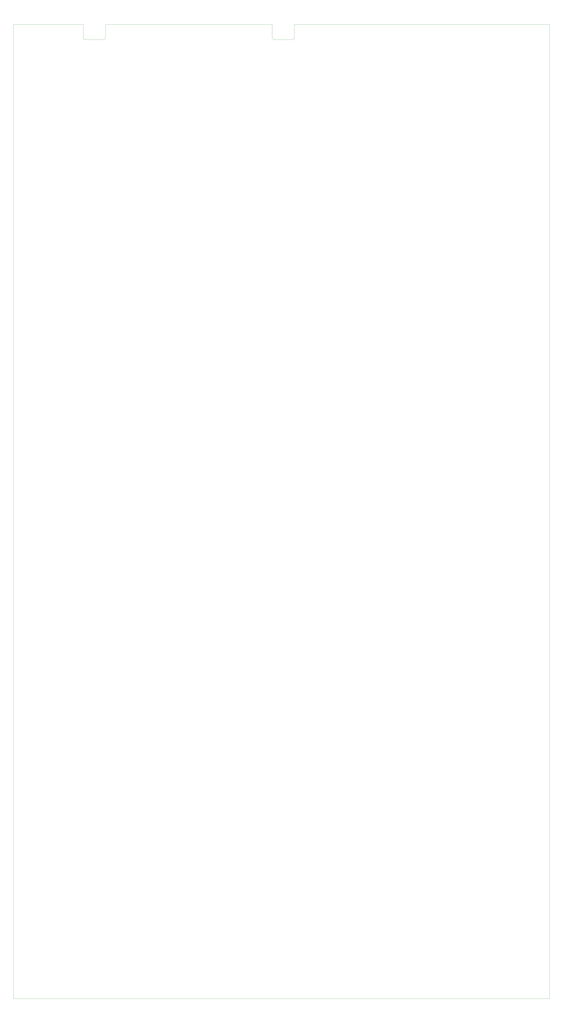
<source format=gbr>
G04 #@! TF.GenerationSoftware,KiCad,Pcbnew,(5.1.5)-3*
G04 #@! TF.CreationDate,2021-09-26T15:21:32-06:00*
G04 #@! TF.ProjectId,quantum_arcade_pcb,7175616e-7475-46d5-9f61-72636164655f,rev?*
G04 #@! TF.SameCoordinates,Original*
G04 #@! TF.FileFunction,Profile,NP*
%FSLAX46Y46*%
G04 Gerber Fmt 4.6, Leading zero omitted, Abs format (unit mm)*
G04 Created by KiCad (PCBNEW (5.1.5)-3) date 2021-09-26 15:21:32*
%MOMM*%
%LPD*%
G04 APERTURE LIST*
%ADD10C,0.025400*%
G04 APERTURE END LIST*
D10*
X316230000Y-567055000D02*
X24130000Y-567055000D01*
X316230000Y-36195000D02*
X316230000Y-567055000D01*
X24130000Y-36195000D02*
X24130000Y-567055000D01*
X316230000Y-36195000D02*
X177165000Y-36195000D01*
X73025000Y-44450000D02*
X63500000Y-44450000D01*
X177165000Y-43180000D02*
X177165000Y-36195000D01*
X165100000Y-43180000D02*
X165100000Y-36195000D01*
X74295000Y-36195000D02*
X165100000Y-36195000D01*
X175895000Y-44450000D02*
X166370000Y-44450000D01*
X74295000Y-43180000D02*
X74295000Y-36195000D01*
X62230000Y-36195000D02*
X62230000Y-43180000D01*
X175895000Y-44450000D02*
G75*
G03X177165000Y-43180000I0J1270000D01*
G01*
X73025000Y-44450000D02*
G75*
G03X74295000Y-43180000I0J1270000D01*
G01*
X62230000Y-43180000D02*
G75*
G03X63500000Y-44450000I1270000J0D01*
G01*
X24130000Y-36195000D02*
X62230000Y-36195000D01*
X165100000Y-43180000D02*
G75*
G03X166370000Y-44450000I1270000J0D01*
G01*
M02*

</source>
